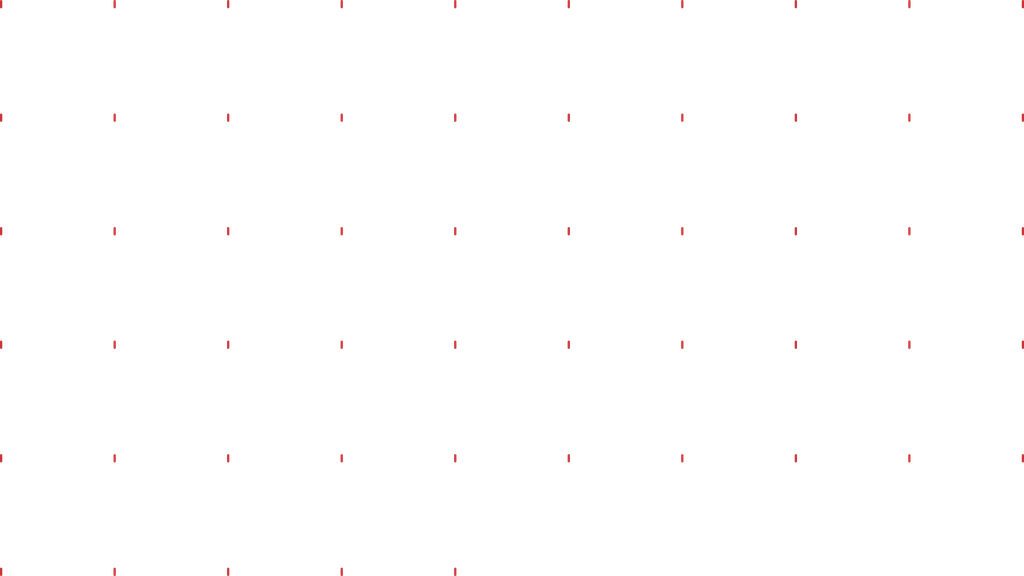
<source format=kicad_pcb>
  (kicad_pcb (version 4) (host pcbnew "(2014-07-21 BZR 5016)-product")

  (general
    (links 0)
    (no_connects 0)
    (area 0 0 0 0)
    (thickness 1.6)
    (drawings 1)
    (tracks 0)
    (zones 0)
    (modules 42)
    (nets 2)
  )

  (page A4)
  (layers
    (0 F.Cu signal)
	(1 In1.Cu signal)
    (2 In2.Cu power)
    (3 In3.Cu power)
    (4 In4.Cu signal)
    (5 In5.Cu signal)
    (6 In6.Cu signal)
    (7 In7.Cu signal)
    (8 In8.Cu signal)
    (31 B.Cu signal)
    (32 B.Adhes user)
    (33 F.Adhes user)
    (34 B.Paste user)
    (35 F.Paste user)
    (36 B.SilkS user)
    (37 F.SilkS user)
    (38 B.Mask user)
    (39 F.Mask user)
    (40 Dwgs.User user)
    (41 Cmts.User user)
    (42 Eco1.User user)
    (43 Eco2.User user)
    (44 Edge.Cuts user)
    (45 Margin user)
    (46 B.CrtYd user)
    (47 F.CrtYd user)
    (48 B.Fab user)
    (49 F.Fab user)

  )

  (setup
    (last_trace_width 0.254)
    (trace_clearance 0.127)
    (zone_clearance 0.0144)
    (zone_45_only no)
    (trace_min 0.254)
    (segment_width 0.2)
    (edge_width 0.1)
    (via_size 0.889)
    (via_drill 0.635)
    (via_min_size 0.889)
    (via_min_drill 0.508)
    (uvia_size 0.508)
    (uvia_drill 0.127)
    (uvias_allowed no)
    (uvia_min_size 0.508)
    (uvia_min_drill 0.127)
    (pcb_text_width 0.3)
    (pcb_text_size 1.5 1.5)
    (mod_edge_width 0.15)
    (mod_text_size 1 1)
    (mod_text_width 0.15)
    (pad_size 1.5 1.5)
    (pad_drill 0.6)
    (pad_to_mask_clearance 0)
    (aux_axis_origin 0 0)
    (visible_elements 7FFFF77F)
    (pcbplotparams
      (layerselection 262143)
      (usegerberextensions false)
      (excludeedgelayer true)
      (linewidth 0.100000)
      (plotframeref false)
      (viasonmask false)
      (mode 1)
      (useauxorigin false)
      (hpglpennumber 1)
      (hpglpenspeed 20)
      (hpglpendiameter 15)
      (hpglpenoverlay 2)
      (psnegative false)
      (psa4output false)
      (plotreference true)
      (plotvalue true)
      (plotinvisibletext false)
      (padsonsilk false)
      (subtractmaskfromsilk false)
      (outputformat 1)
      (mirror false)
      (drillshape 0)
      (scaleselection 1)
      (outputdirectory "GerberOutput/"))
  )

  (net 0 "")
  (net 1 "Net1")
  
  (net_class Default "This is the default net class."
    (clearance 0.254)
    (trace_width 0.254)
    (via_dia 0.889)
    (via_drill 0.635)
    (uvia_dia 0.508)
    (uvia_drill 0.127)
	(add_net Net1)
  )
  (module A0 (layer F.Cu) (tedit 4289BEAB) (tstamp 539EEDBF)
    (at 30 30)
    (path /539EEC0F)
    (attr smd)
	(model "./wrlshp/04A77974-2BF7.wrl"
      (at (xyz 0 0 0))
      (scale (xyz 1 1 1))
      (rotate (xyz 0 0 0))
    )
    (pad "1" smd oval (at 0.0 0.0) (size 0.60000 2.20000) 
      (layers F.Cu F.Mask F.Paste)
    )
  )
  (module A1 (layer F.Cu) (tedit 4289BEAB) (tstamp 539EEDBF)
    (at 60 30)
    (path /539EEC0F)
    (attr smd)
	(model "./wrlshp/059379D3-F6E0.wrl"
      (at (xyz 0 0 0))
      (scale (xyz 1 1 1))
      (rotate (xyz 0 0 0))
    )
    (pad "1" smd oval (at 0.0 0.0) (size 0.60000 2.20000) 
      (layers F.Cu F.Mask F.Paste)
    )
  )
  (module A2 (layer F.Cu) (tedit 4289BEAB) (tstamp 539EEDBF)
    (at 90 30)
    (path /539EEC0F)
    (attr smd)
	(model "./wrlshp/13B5CB3D-0667.wrl"
      (at (xyz 0 0 0))
      (scale (xyz 1 1 1))
      (rotate (xyz 0 0 0))
    )
    (pad "1" smd oval (at 0.0 0.0) (size 0.60000 2.20000) 
      (layers F.Cu F.Mask F.Paste)
    )
  )
  (module A3 (layer F.Cu) (tedit 4289BEAB) (tstamp 539EEDBF)
    (at 120 30)
    (path /539EEC0F)
    (attr smd)
	(model "./wrlshp/15ADC0A7-9E49.wrl"
      (at (xyz 0 0 0))
      (scale (xyz 1 1 1))
      (rotate (xyz 0 0 0))
    )
    (pad "1" smd oval (at 0.0 0.0) (size 0.60000 2.20000) 
      (layers F.Cu F.Mask F.Paste)
    )
  )
  (module A4 (layer F.Cu) (tedit 4289BEAB) (tstamp 539EEDBF)
    (at 150 30)
    (path /539EEC0F)
    (attr smd)
	(model "./wrlshp/1AC53AE0-043C.wrl"
      (at (xyz 0 0 0))
      (scale (xyz 1 1 1))
      (rotate (xyz 0 0 0))
    )
    (pad "1" smd oval (at 0.0 0.0) (size 0.60000 2.20000) 
      (layers F.Cu F.Mask F.Paste)
    )
  )
  (module A5 (layer F.Cu) (tedit 4289BEAB) (tstamp 539EEDBF)
    (at 180 30)
    (path /539EEC0F)
    (attr smd)
	(model "./wrlshp/1EC1113E-8122.wrl"
      (at (xyz 0 0 0))
      (scale (xyz 1 1 1))
      (rotate (xyz 0 0 0))
    )
    (pad "1" smd oval (at 0.0 0.0) (size 0.60000 2.20000) 
      (layers F.Cu F.Mask F.Paste)
    )
  )
  (module A6 (layer F.Cu) (tedit 4289BEAB) (tstamp 539EEDBF)
    (at 210 30)
    (path /539EEC0F)
    (attr smd)
	(model "./wrlshp/20A69B08-CA63.wrl"
      (at (xyz 0 0 0))
      (scale (xyz 1 1 1))
      (rotate (xyz 0 0 0))
    )
    (pad "1" smd oval (at 0.0 0.0) (size 0.60000 2.20000) 
      (layers F.Cu F.Mask F.Paste)
    )
  )
  (module A7 (layer F.Cu) (tedit 4289BEAB) (tstamp 539EEDBF)
    (at 240 30)
    (path /539EEC0F)
    (attr smd)
	(model "./wrlshp/2E01C00C-FEF1.wrl"
      (at (xyz 0 0 0))
      (scale (xyz 1 1 1))
      (rotate (xyz 0 0 0))
    )
    (pad "1" smd oval (at 0.0 0.0) (size 0.60000 2.20000) 
      (layers F.Cu F.Mask F.Paste)
    )
  )
  (module A8 (layer F.Cu) (tedit 4289BEAB) (tstamp 539EEDBF)
    (at 270 30)
    (path /539EEC0F)
    (attr smd)
	(model "./wrlshp/306FA0FB-B339.wrl"
      (at (xyz 0 0 0))
      (scale (xyz 1 1 1))
      (rotate (xyz 0 0 0))
    )
    (pad "1" smd oval (at 0.0 0.0) (size 0.60000 2.20000) 
      (layers F.Cu F.Mask F.Paste)
    )
  )
  (module A9 (layer F.Cu) (tedit 4289BEAB) (tstamp 539EEDBF)
    (at 300 30)
    (path /539EEC0F)
    (attr smd)
	(model "./wrlshp/316541C7-5582.wrl"
      (at (xyz 0 0 0))
      (scale (xyz 1 1 1))
      (rotate (xyz 0 0 0))
    )
    (pad "1" smd oval (at 0.0 0.0) (size 0.60000 2.20000) 
      (layers F.Cu F.Mask F.Paste)
    )
  )
  (module A10 (layer F.Cu) (tedit 4289BEAB) (tstamp 539EEDBF)
    (at 30 60)
    (path /539EEC0F)
    (attr smd)
	(model "./wrlshp/32A59EFB-2108.wrl"
      (at (xyz 0 0 0))
      (scale (xyz 1 1 1))
      (rotate (xyz 0 0 0))
    )
    (pad "1" smd oval (at 0.0 0.0) (size 0.60000 2.20000) 
      (layers F.Cu F.Mask F.Paste)
    )
  )
  (module A11 (layer F.Cu) (tedit 4289BEAB) (tstamp 539EEDBF)
    (at 60 60)
    (path /539EEC0F)
    (attr smd)
	(model "./wrlshp/35395807-0482.wrl"
      (at (xyz 0 0 0))
      (scale (xyz 1 1 1))
      (rotate (xyz 0 0 0))
    )
    (pad "1" smd oval (at 0.0 0.0) (size 0.60000 2.20000) 
      (layers F.Cu F.Mask F.Paste)
    )
  )
  (module A12 (layer F.Cu) (tedit 4289BEAB) (tstamp 539EEDBF)
    (at 90 60)
    (path /539EEC0F)
    (attr smd)
	(model "./wrlshp/37475720-A1CD.wrl"
      (at (xyz 0 0 0))
      (scale (xyz 1 1 1))
      (rotate (xyz 0 0 0))
    )
    (pad "1" smd oval (at 0.0 0.0) (size 0.60000 2.20000) 
      (layers F.Cu F.Mask F.Paste)
    )
  )
  (module A13 (layer F.Cu) (tedit 4289BEAB) (tstamp 539EEDBF)
    (at 120 60)
    (path /539EEC0F)
    (attr smd)
	(model "./wrlshp/3BA35807-6966.wrl"
      (at (xyz 0 0 0))
      (scale (xyz 1 1 1))
      (rotate (xyz 0 0 0))
    )
    (pad "1" smd oval (at 0.0 0.0) (size 0.60000 2.20000) 
      (layers F.Cu F.Mask F.Paste)
    )
  )
  (module A14 (layer F.Cu) (tedit 4289BEAB) (tstamp 539EEDBF)
    (at 150 60)
    (path /539EEC0F)
    (attr smd)
	(model "./wrlshp/403D421A-5E22.wrl"
      (at (xyz 0 0 0))
      (scale (xyz 1 1 1))
      (rotate (xyz 0 0 0))
    )
    (pad "1" smd oval (at 0.0 0.0) (size 0.60000 2.20000) 
      (layers F.Cu F.Mask F.Paste)
    )
  )
  (module A15 (layer F.Cu) (tedit 4289BEAB) (tstamp 539EEDBF)
    (at 180 60)
    (path /539EEC0F)
    (attr smd)
	(model "./wrlshp/43B2F5A7-2B6A.wrl"
      (at (xyz 0 0 0))
      (scale (xyz 1 1 1))
      (rotate (xyz 0 0 0))
    )
    (pad "1" smd oval (at 0.0 0.0) (size 0.60000 2.20000) 
      (layers F.Cu F.Mask F.Paste)
    )
  )
  (module A16 (layer F.Cu) (tedit 4289BEAB) (tstamp 539EEDBF)
    (at 210 60)
    (path /539EEC0F)
    (attr smd)
	(model "./wrlshp/4B3820BA-BC49.wrl"
      (at (xyz 0 0 0))
      (scale (xyz 1 1 1))
      (rotate (xyz 0 0 0))
    )
    (pad "1" smd oval (at 0.0 0.0) (size 0.60000 2.20000) 
      (layers F.Cu F.Mask F.Paste)
    )
  )
  (module A17 (layer F.Cu) (tedit 4289BEAB) (tstamp 539EEDBF)
    (at 240 60)
    (path /539EEC0F)
    (attr smd)
	(model "./wrlshp/4EB8C0B7-DF4C.wrl"
      (at (xyz 0 0 0))
      (scale (xyz 1 1 1))
      (rotate (xyz 0 0 0))
    )
    (pad "1" smd oval (at 0.0 0.0) (size 0.60000 2.20000) 
      (layers F.Cu F.Mask F.Paste)
    )
  )
  (module A18 (layer F.Cu) (tedit 4289BEAB) (tstamp 539EEDBF)
    (at 270 60)
    (path /539EEC0F)
    (attr smd)
	(model "./wrlshp/509B2C49-FE99.wrl"
      (at (xyz 0 0 0))
      (scale (xyz 1 1 1))
      (rotate (xyz 0 0 0))
    )
    (pad "1" smd oval (at 0.0 0.0) (size 0.60000 2.20000) 
      (layers F.Cu F.Mask F.Paste)
    )
  )
  (module A19 (layer F.Cu) (tedit 4289BEAB) (tstamp 539EEDBF)
    (at 300 60)
    (path /539EEC0F)
    (attr smd)
	(model "./wrlshp/575F42D3-7499.wrl"
      (at (xyz 0 0 0))
      (scale (xyz 1 1 1))
      (rotate (xyz 0 0 0))
    )
    (pad "1" smd oval (at 0.0 0.0) (size 0.60000 2.20000) 
      (layers F.Cu F.Mask F.Paste)
    )
  )
  (module A20 (layer F.Cu) (tedit 4289BEAB) (tstamp 539EEDBF)
    (at 30 90)
    (path /539EEC0F)
    (attr smd)
	(model "./wrlshp/5A63F6E1-AB37.wrl"
      (at (xyz 0 0 0))
      (scale (xyz 1 1 1))
      (rotate (xyz 0 0 0))
    )
    (pad "1" smd oval (at 0.0 0.0) (size 0.60000 2.20000) 
      (layers F.Cu F.Mask F.Paste)
    )
  )
  (module A21 (layer F.Cu) (tedit 4289BEAB) (tstamp 539EEDBF)
    (at 60 90)
    (path /539EEC0F)
    (attr smd)
	(model "./wrlshp/62D63D97-2D68.wrl"
      (at (xyz 0 0 0))
      (scale (xyz 1 1 1))
      (rotate (xyz 0 0 0))
    )
    (pad "1" smd oval (at 0.0 0.0) (size 0.60000 2.20000) 
      (layers F.Cu F.Mask F.Paste)
    )
  )
  (module A22 (layer F.Cu) (tedit 4289BEAB) (tstamp 539EEDBF)
    (at 90 90)
    (path /539EEC0F)
    (attr smd)
	(model "./wrlshp/6D06CB5F-AAEC.wrl"
      (at (xyz 0 0 0))
      (scale (xyz 1 1 1))
      (rotate (xyz 0 0 0))
    )
    (pad "1" smd oval (at 0.0 0.0) (size 0.60000 2.20000) 
      (layers F.Cu F.Mask F.Paste)
    )
  )
  (module A23 (layer F.Cu) (tedit 4289BEAB) (tstamp 539EEDBF)
    (at 120 90)
    (path /539EEC0F)
    (attr smd)
	(model "./wrlshp/7183E8FF-740C.wrl"
      (at (xyz 0 0 0))
      (scale (xyz 1 1 1))
      (rotate (xyz 0 0 0))
    )
    (pad "1" smd oval (at 0.0 0.0) (size 0.60000 2.20000) 
      (layers F.Cu F.Mask F.Paste)
    )
  )
  (module A24 (layer F.Cu) (tedit 4289BEAB) (tstamp 539EEDBF)
    (at 150 90)
    (path /539EEC0F)
    (attr smd)
	(model "./wrlshp/721EE1B9-9D94.wrl"
      (at (xyz 0 0 0))
      (scale (xyz 1 1 1))
      (rotate (xyz 0 0 0))
    )
    (pad "1" smd oval (at 0.0 0.0) (size 0.60000 2.20000) 
      (layers F.Cu F.Mask F.Paste)
    )
  )
  (module A25 (layer F.Cu) (tedit 4289BEAB) (tstamp 539EEDBF)
    (at 180 90)
    (path /539EEC0F)
    (attr smd)
	(model "./wrlshp/723064A0-6E9E.wrl"
      (at (xyz 0 0 0))
      (scale (xyz 1 1 1))
      (rotate (xyz 0 0 0))
    )
    (pad "1" smd oval (at 0.0 0.0) (size 0.60000 2.20000) 
      (layers F.Cu F.Mask F.Paste)
    )
  )
  (module A26 (layer F.Cu) (tedit 4289BEAB) (tstamp 539EEDBF)
    (at 210 90)
    (path /539EEC0F)
    (attr smd)
	(model "./wrlshp/7BB20D4E-8FC9.wrl"
      (at (xyz 0 0 0))
      (scale (xyz 1 1 1))
      (rotate (xyz 0 0 0))
    )
    (pad "1" smd oval (at 0.0 0.0) (size 0.60000 2.20000) 
      (layers F.Cu F.Mask F.Paste)
    )
  )
  (module A27 (layer F.Cu) (tedit 4289BEAB) (tstamp 539EEDBF)
    (at 240 90)
    (path /539EEC0F)
    (attr smd)
	(model "./wrlshp/8079E4FF-3FE4.wrl"
      (at (xyz 0 0 0))
      (scale (xyz 1 1 1))
      (rotate (xyz 0 0 0))
    )
    (pad "1" smd oval (at 0.0 0.0) (size 0.60000 2.20000) 
      (layers F.Cu F.Mask F.Paste)
    )
  )
  (module A28 (layer F.Cu) (tedit 4289BEAB) (tstamp 539EEDBF)
    (at 270 90)
    (path /539EEC0F)
    (attr smd)
	(model "./wrlshp/8302C4EB-FB96.wrl"
      (at (xyz 0 0 0))
      (scale (xyz 1 1 1))
      (rotate (xyz 0 0 0))
    )
    (pad "1" smd oval (at 0.0 0.0) (size 0.60000 2.20000) 
      (layers F.Cu F.Mask F.Paste)
    )
  )
  (module A29 (layer F.Cu) (tedit 4289BEAB) (tstamp 539EEDBF)
    (at 300 90)
    (path /539EEC0F)
    (attr smd)
	(model "./wrlshp/89C12917-517A.wrl"
      (at (xyz 0 0 0))
      (scale (xyz 1 1 1))
      (rotate (xyz 0 0 0))
    )
    (pad "1" smd oval (at 0.0 0.0) (size 0.60000 2.20000) 
      (layers F.Cu F.Mask F.Paste)
    )
  )
  (module A30 (layer F.Cu) (tedit 4289BEAB) (tstamp 539EEDBF)
    (at 30 120)
    (path /539EEC0F)
    (attr smd)
	(model "./wrlshp/89EEFDD7-3895.wrl"
      (at (xyz 0 0 0))
      (scale (xyz 1 1 1))
      (rotate (xyz 0 0 0))
    )
    (pad "1" smd oval (at 0.0 0.0) (size 0.60000 2.20000) 
      (layers F.Cu F.Mask F.Paste)
    )
  )
  (module A31 (layer F.Cu) (tedit 4289BEAB) (tstamp 539EEDBF)
    (at 60 120)
    (path /539EEC0F)
    (attr smd)
	(model "./wrlshp/8F662110-7998.wrl"
      (at (xyz 0 0 0))
      (scale (xyz 1 1 1))
      (rotate (xyz 0 0 0))
    )
    (pad "1" smd oval (at 0.0 0.0) (size 0.60000 2.20000) 
      (layers F.Cu F.Mask F.Paste)
    )
  )
  (module A32 (layer F.Cu) (tedit 4289BEAB) (tstamp 539EEDBF)
    (at 90 120)
    (path /539EEC0F)
    (attr smd)
	(model "./wrlshp/8F926709-194E.wrl"
      (at (xyz 0 0 0))
      (scale (xyz 1 1 1))
      (rotate (xyz 0 0 0))
    )
    (pad "1" smd oval (at 0.0 0.0) (size 0.60000 2.20000) 
      (layers F.Cu F.Mask F.Paste)
    )
  )
  (module A33 (layer F.Cu) (tedit 4289BEAB) (tstamp 539EEDBF)
    (at 120 120)
    (path /539EEC0F)
    (attr smd)
	(model "./wrlshp/934FA611-1EE2.wrl"
      (at (xyz 0 0 0))
      (scale (xyz 1 1 1))
      (rotate (xyz 0 0 0))
    )
    (pad "1" smd oval (at 0.0 0.0) (size 0.60000 2.20000) 
      (layers F.Cu F.Mask F.Paste)
    )
  )
  (module A34 (layer F.Cu) (tedit 4289BEAB) (tstamp 539EEDBF)
    (at 150 120)
    (path /539EEC0F)
    (attr smd)
	(model "./wrlshp/94741BC5-83DE.wrl"
      (at (xyz 0 0 0))
      (scale (xyz 1 1 1))
      (rotate (xyz 0 0 0))
    )
    (pad "1" smd oval (at 0.0 0.0) (size 0.60000 2.20000) 
      (layers F.Cu F.Mask F.Paste)
    )
  )
  (module A35 (layer F.Cu) (tedit 4289BEAB) (tstamp 539EEDBF)
    (at 180 120)
    (path /539EEC0F)
    (attr smd)
	(model "./wrlshp/9948EC38-AE8B.wrl"
      (at (xyz 0 0 0))
      (scale (xyz 1 1 1))
      (rotate (xyz 0 0 0))
    )
    (pad "1" smd oval (at 0.0 0.0) (size 0.60000 2.20000) 
      (layers F.Cu F.Mask F.Paste)
    )
  )
  (module A36 (layer F.Cu) (tedit 4289BEAB) (tstamp 539EEDBF)
    (at 210 120)
    (path /539EEC0F)
    (attr smd)
	(model "./wrlshp/9D2C001E-B154.wrl"
      (at (xyz 0 0 0))
      (scale (xyz 1 1 1))
      (rotate (xyz 0 0 0))
    )
    (pad "1" smd oval (at 0.0 0.0) (size 0.60000 2.20000) 
      (layers F.Cu F.Mask F.Paste)
    )
  )
  (module A37 (layer F.Cu) (tedit 4289BEAB) (tstamp 539EEDBF)
    (at 240 120)
    (path /539EEC0F)
    (attr smd)
	(model "./wrlshp/9E0CDB35-5AC4.wrl"
      (at (xyz 0 0 0))
      (scale (xyz 1 1 1))
      (rotate (xyz 0 0 0))
    )
    (pad "1" smd oval (at 0.0 0.0) (size 0.60000 2.20000) 
      (layers F.Cu F.Mask F.Paste)
    )
  )
  (module A38 (layer F.Cu) (tedit 4289BEAB) (tstamp 539EEDBF)
    (at 270 120)
    (path /539EEC0F)
    (attr smd)
	(model "./wrlshp/A410926E-B023.wrl"
      (at (xyz 0 0 0))
      (scale (xyz 1 1 1))
      (rotate (xyz 0 0 0))
    )
    (pad "1" smd oval (at 0.0 0.0) (size 0.60000 2.20000) 
      (layers F.Cu F.Mask F.Paste)
    )
  )
  (module A39 (layer F.Cu) (tedit 4289BEAB) (tstamp 539EEDBF)
    (at 300 120)
    (path /539EEC0F)
    (attr smd)
	(model "./wrlshp/B4D45940-033B.wrl"
      (at (xyz 0 0 0))
      (scale (xyz 1 1 1))
      (rotate (xyz 0 0 0))
    )
    (pad "1" smd oval (at 0.0 0.0) (size 0.60000 2.20000) 
      (layers F.Cu F.Mask F.Paste)
    )
  )
  (module A40 (layer F.Cu) (tedit 4289BEAB) (tstamp 539EEDBF)
    (at 30 150)
    (path /539EEC0F)
    (attr smd)
	(model "./wrlshp/BADF71F8-D3C3.wrl"
      (at (xyz 0 0 0))
      (scale (xyz 1 1 1))
      (rotate (xyz 0 0 0))
    )
    (pad "1" smd oval (at 0.0 0.0) (size 0.60000 2.20000) 
      (layers F.Cu F.Mask F.Paste)
    )
  )
  (module A41 (layer F.Cu) (tedit 4289BEAB) (tstamp 539EEDBF)
    (at 60 150)
    (path /539EEC0F)
    (attr smd)
	(model "./wrlshp/BCB93F59-489D.wrl"
      (at (xyz 0 0 0))
      (scale (xyz 1 1 1))
      (rotate (xyz 0 0 0))
    )
    (pad "1" smd oval (at 0.0 0.0) (size 0.60000 2.20000) 
      (layers F.Cu F.Mask F.Paste)
    )
  )
  (module A42 (layer F.Cu) (tedit 4289BEAB) (tstamp 539EEDBF)
    (at 90 150)
    (path /539EEC0F)
    (attr smd)
	(model "./wrlshp/BE2E434C-D0CE.wrl"
      (at (xyz 0 0 0))
      (scale (xyz 1 1 1))
      (rotate (xyz 0 0 0))
    )
    (pad "1" smd oval (at 0.0 0.0) (size 0.60000 2.20000) 
      (layers F.Cu F.Mask F.Paste)
    )
  )
  (module A43 (layer F.Cu) (tedit 4289BEAB) (tstamp 539EEDBF)
    (at 120 150)
    (path /539EEC0F)
    (attr smd)
	(model "./wrlshp/C7350285-5ABD.wrl"
      (at (xyz 0 0 0))
      (scale (xyz 1 1 1))
      (rotate (xyz 0 0 0))
    )
    (pad "1" smd oval (at 0.0 0.0) (size 0.60000 2.20000) 
      (layers F.Cu F.Mask F.Paste)
    )
  )
  (module A44 (layer F.Cu) (tedit 4289BEAB) (tstamp 539EEDBF)
    (at 150 150)
    (path /539EEC0F)
    (attr smd)
	(model "./wrlshp/CBA8D517-359A.wrl"
      (at (xyz 0 0 0))
      (scale (xyz 1 1 1))
      (rotate (xyz 0 0 0))
    )
    (pad "1" smd oval (at 0.0 0.0) (size 0.60000 2.20000) 
      (layers F.Cu F.Mask F.Paste)
    )
  )
  (module A45 (layer F.Cu) (tedit 4289BEAB) (tstamp 539EEDBF)
    (at 180 150)
    (path /539EEC0F)
    (attr smd)
	(model "./wrlshp/CEBB8CCB-839D.wrl"
      (at (xyz 0 0 0))
      (scale (xyz 1 1 1))
      (rotate (xyz 0 0 0))
    )
    (pad "1" smd oval (at 0.0 0.0) (size 0.60000 2.20000) 
      (layers F.Cu F.Mask F.Paste)
    )
  )
  (module A46 (layer F.Cu) (tedit 4289BEAB) (tstamp 539EEDBF)
    (at 210 150)
    (path /539EEC0F)
    (attr smd)
	(model "./wrlshp/DFCB9A18-4E9F.wrl"
      (at (xyz 0 0 0))
      (scale (xyz 1 1 1))
      (rotate (xyz 0 0 0))
    )
    (pad "1" smd oval (at 0.0 0.0) (size 0.60000 2.20000) 
      (layers F.Cu F.Mask F.Paste)
    )
  )
  (module A47 (layer F.Cu) (tedit 4289BEAB) (tstamp 539EEDBF)
    (at 240 150)
    (path /539EEC0F)
    (attr smd)
	(model "./wrlshp/E562B641-DCFF.wrl"
      (at (xyz 0 0 0))
      (scale (xyz 1 1 1))
      (rotate (xyz 0 0 0))
    )
    (pad "1" smd oval (at 0.0 0.0) (size 0.60000 2.20000) 
      (layers F.Cu F.Mask F.Paste)
    )
  )
  (module A48 (layer F.Cu) (tedit 4289BEAB) (tstamp 539EEDBF)
    (at 270 150)
    (path /539EEC0F)
    (attr smd)
	(model "./wrlshp/E5DEFCAA-B6B0.wrl"
      (at (xyz 0 0 0))
      (scale (xyz 1 1 1))
      (rotate (xyz 0 0 0))
    )
    (pad "1" smd oval (at 0.0 0.0) (size 0.60000 2.20000) 
      (layers F.Cu F.Mask F.Paste)
    )
  )
  (module A49 (layer F.Cu) (tedit 4289BEAB) (tstamp 539EEDBF)
    (at 300 150)
    (path /539EEC0F)
    (attr smd)
	(model "./wrlshp/EF1B068F-481D.wrl"
      (at (xyz 0 0 0))
      (scale (xyz 1 1 1))
      (rotate (xyz 0 0 0))
    )
    (pad "1" smd oval (at 0.0 0.0) (size 0.60000 2.20000) 
      (layers F.Cu F.Mask F.Paste)
    )
  )
  (module A50 (layer F.Cu) (tedit 4289BEAB) (tstamp 539EEDBF)
    (at 30 180)
    (path /539EEC0F)
    (attr smd)
	(model "./wrlshp/F0123DED-FF46.wrl"
      (at (xyz 0 0 0))
      (scale (xyz 1 1 1))
      (rotate (xyz 0 0 0))
    )
    (pad "1" smd oval (at 0.0 0.0) (size 0.60000 2.20000) 
      (layers F.Cu F.Mask F.Paste)
    )
  )
  (module A51 (layer F.Cu) (tedit 4289BEAB) (tstamp 539EEDBF)
    (at 60 180)
    (path /539EEC0F)
    (attr smd)
	(model "./wrlshp/F36953EF-E184.wrl"
      (at (xyz 0 0 0))
      (scale (xyz 1 1 1))
      (rotate (xyz 0 0 0))
    )
    (pad "1" smd oval (at 0.0 0.0) (size 0.60000 2.20000) 
      (layers F.Cu F.Mask F.Paste)
    )
  )
  (module A52 (layer F.Cu) (tedit 4289BEAB) (tstamp 539EEDBF)
    (at 90 180)
    (path /539EEC0F)
    (attr smd)
	(model "./wrlshp/F650AE4A-CB03.wrl"
      (at (xyz 0 0 0))
      (scale (xyz 1 1 1))
      (rotate (xyz 0 0 0))
    )
    (pad "1" smd oval (at 0.0 0.0) (size 0.60000 2.20000) 
      (layers F.Cu F.Mask F.Paste)
    )
  )
  (module A53 (layer F.Cu) (tedit 4289BEAB) (tstamp 539EEDBF)
    (at 120 180)
    (path /539EEC0F)
    (attr smd)
	(model "./wrlshp/FB0C7DF7-268F.wrl"
      (at (xyz 0 0 0))
      (scale (xyz 1 1 1))
      (rotate (xyz 0 0 0))
    )
    (pad "1" smd oval (at 0.0 0.0) (size 0.60000 2.20000) 
      (layers F.Cu F.Mask F.Paste)
    )
  )
  (module A54 (layer F.Cu) (tedit 4289BEAB) (tstamp 539EEDBF)
    (at 150 180)
    (path /539EEC0F)
    (attr smd)
	(model "./wrlshp/FD628DB8-C580.wrl"
      (at (xyz 0 0 0))
      (scale (xyz 1 1 1))
      (rotate (xyz 0 0 0))
    )
    (pad "1" smd oval (at 0.0 0.0) (size 0.60000 2.20000) 
      (layers F.Cu F.Mask F.Paste)
    )
  )
)

</source>
